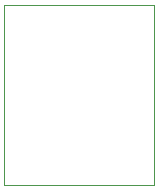
<source format=gbr>
%TF.GenerationSoftware,KiCad,Pcbnew,(6.0.2-0)*%
%TF.CreationDate,2022-02-21T10:23:54+09:00*%
%TF.ProjectId,EurorackPowerForBreadboard,4575726f-7261-4636-9b50-6f776572466f,B*%
%TF.SameCoordinates,Original*%
%TF.FileFunction,Profile,NP*%
%FSLAX46Y46*%
G04 Gerber Fmt 4.6, Leading zero omitted, Abs format (unit mm)*
G04 Created by KiCad (PCBNEW (6.0.2-0)) date 2022-02-21 10:23:54*
%MOMM*%
%LPD*%
G01*
G04 APERTURE LIST*
%TA.AperFunction,Profile*%
%ADD10C,0.100000*%
%TD*%
G04 APERTURE END LIST*
D10*
X109220000Y-96520000D02*
X121920000Y-96520000D01*
X121920000Y-96520000D02*
X121920000Y-111760000D01*
X121920000Y-111760000D02*
X109220000Y-111760000D01*
X109220000Y-111760000D02*
X109220000Y-96520000D01*
M02*

</source>
